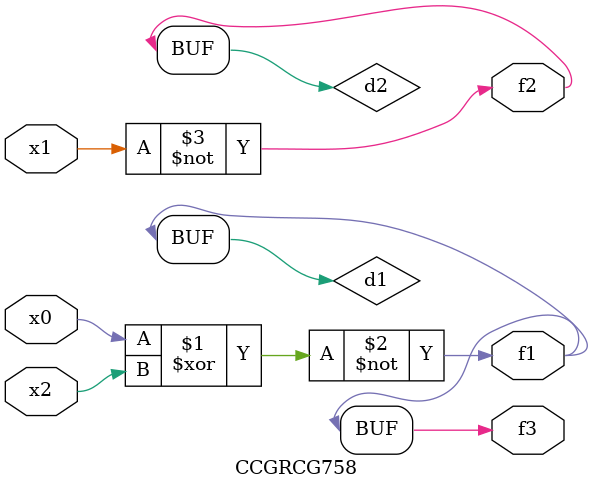
<source format=v>
module CCGRCG758(
	input x0, x1, x2,
	output f1, f2, f3
);

	wire d1, d2, d3;

	xnor (d1, x0, x2);
	nand (d2, x1);
	nor (d3, x1, x2);
	assign f1 = d1;
	assign f2 = d2;
	assign f3 = d1;
endmodule

</source>
